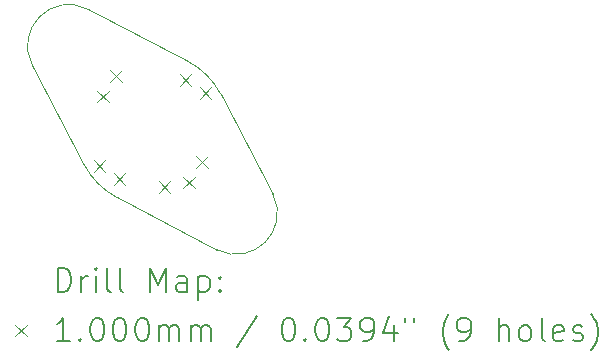
<source format=gbr>
%TF.GenerationSoftware,KiCad,Pcbnew,7.0.6-rc1-25-gf974c8259e*%
%TF.CreationDate,2023-06-21T18:20:31+02:00*%
%TF.ProjectId,RKJXM1015004_Straight,524b4a58-4d31-4303-9135-3030345f5374,rev?*%
%TF.SameCoordinates,Original*%
%TF.FileFunction,Drillmap*%
%TF.FilePolarity,Positive*%
%FSLAX45Y45*%
G04 Gerber Fmt 4.5, Leading zero omitted, Abs format (unit mm)*
G04 Created by KiCad (PCBNEW 7.0.6-rc1-25-gf974c8259e) date 2023-06-21 18:20:31*
%MOMM*%
%LPD*%
G01*
G04 APERTURE LIST*
%ADD10C,0.100000*%
%ADD11C,0.200000*%
G04 APERTURE END LIST*
D10*
X3320114Y-3550564D02*
G75*
G03*
X3595883Y-3826335I576646J300874D01*
G01*
X3351181Y-2232558D02*
G75*
G03*
X2879006Y-2704735I-161841J-310335D01*
G01*
X4472783Y-2949436D02*
G75*
G03*
X4197010Y-2673665I-576333J-300564D01*
G01*
X4913888Y-3795265D02*
X4472781Y-2949437D01*
X2879006Y-2704735D02*
X3320113Y-3550565D01*
X4441712Y-4267441D02*
X3595883Y-3826335D01*
X4441711Y-4267442D02*
G75*
G03*
X4913888Y-3795265I161842J310335D01*
G01*
X4197010Y-2673665D02*
X3351181Y-2232559D01*
D11*
D10*
X3397434Y-3507591D02*
X3497434Y-3607591D01*
X3497434Y-3507591D02*
X3397434Y-3607591D01*
X3425718Y-2920693D02*
X3525718Y-3020693D01*
X3525718Y-2920693D02*
X3425718Y-3020693D01*
X3538855Y-2750987D02*
X3638855Y-2850987D01*
X3638855Y-2750987D02*
X3538855Y-2850987D01*
X3567139Y-3620728D02*
X3667139Y-3720728D01*
X3667139Y-3620728D02*
X3567139Y-3720728D01*
X3948977Y-3684368D02*
X4048977Y-3784368D01*
X4048977Y-3684368D02*
X3948977Y-3784368D01*
X4125754Y-2779272D02*
X4225754Y-2879271D01*
X4225754Y-2779272D02*
X4125754Y-2879271D01*
X4154038Y-3649013D02*
X4254038Y-3749013D01*
X4254038Y-3649013D02*
X4154038Y-3749013D01*
X4267175Y-3479307D02*
X4367175Y-3579307D01*
X4367175Y-3479307D02*
X4267175Y-3579307D01*
X4295459Y-2892409D02*
X4395459Y-2992409D01*
X4395459Y-2892409D02*
X4295459Y-2992409D01*
D11*
X3095116Y-4623591D02*
X3095116Y-4423591D01*
X3095116Y-4423591D02*
X3142735Y-4423591D01*
X3142735Y-4423591D02*
X3171307Y-4433115D01*
X3171307Y-4433115D02*
X3190355Y-4452163D01*
X3190355Y-4452163D02*
X3199878Y-4471210D01*
X3199878Y-4471210D02*
X3209402Y-4509305D01*
X3209402Y-4509305D02*
X3209402Y-4537877D01*
X3209402Y-4537877D02*
X3199878Y-4575972D01*
X3199878Y-4575972D02*
X3190355Y-4595020D01*
X3190355Y-4595020D02*
X3171307Y-4614067D01*
X3171307Y-4614067D02*
X3142735Y-4623591D01*
X3142735Y-4623591D02*
X3095116Y-4623591D01*
X3295116Y-4623591D02*
X3295116Y-4490258D01*
X3295116Y-4528353D02*
X3304640Y-4509305D01*
X3304640Y-4509305D02*
X3314164Y-4499782D01*
X3314164Y-4499782D02*
X3333212Y-4490258D01*
X3333212Y-4490258D02*
X3352259Y-4490258D01*
X3418926Y-4623591D02*
X3418926Y-4490258D01*
X3418926Y-4423591D02*
X3409402Y-4433115D01*
X3409402Y-4433115D02*
X3418926Y-4442639D01*
X3418926Y-4442639D02*
X3428450Y-4433115D01*
X3428450Y-4433115D02*
X3418926Y-4423591D01*
X3418926Y-4423591D02*
X3418926Y-4442639D01*
X3542735Y-4623591D02*
X3523688Y-4614067D01*
X3523688Y-4614067D02*
X3514164Y-4595020D01*
X3514164Y-4595020D02*
X3514164Y-4423591D01*
X3647497Y-4623591D02*
X3628450Y-4614067D01*
X3628450Y-4614067D02*
X3618926Y-4595020D01*
X3618926Y-4595020D02*
X3618926Y-4423591D01*
X3876069Y-4623591D02*
X3876069Y-4423591D01*
X3876069Y-4423591D02*
X3942736Y-4566448D01*
X3942736Y-4566448D02*
X4009402Y-4423591D01*
X4009402Y-4423591D02*
X4009402Y-4623591D01*
X4190355Y-4623591D02*
X4190355Y-4518829D01*
X4190355Y-4518829D02*
X4180831Y-4499782D01*
X4180831Y-4499782D02*
X4161783Y-4490258D01*
X4161783Y-4490258D02*
X4123688Y-4490258D01*
X4123688Y-4490258D02*
X4104640Y-4499782D01*
X4190355Y-4614067D02*
X4171307Y-4623591D01*
X4171307Y-4623591D02*
X4123688Y-4623591D01*
X4123688Y-4623591D02*
X4104640Y-4614067D01*
X4104640Y-4614067D02*
X4095116Y-4595020D01*
X4095116Y-4595020D02*
X4095116Y-4575972D01*
X4095116Y-4575972D02*
X4104640Y-4556925D01*
X4104640Y-4556925D02*
X4123688Y-4547401D01*
X4123688Y-4547401D02*
X4171307Y-4547401D01*
X4171307Y-4547401D02*
X4190355Y-4537877D01*
X4285593Y-4490258D02*
X4285593Y-4690258D01*
X4285593Y-4499782D02*
X4304640Y-4490258D01*
X4304640Y-4490258D02*
X4342736Y-4490258D01*
X4342736Y-4490258D02*
X4361783Y-4499782D01*
X4361783Y-4499782D02*
X4371307Y-4509305D01*
X4371307Y-4509305D02*
X4380831Y-4528353D01*
X4380831Y-4528353D02*
X4380831Y-4585496D01*
X4380831Y-4585496D02*
X4371307Y-4604544D01*
X4371307Y-4604544D02*
X4361783Y-4614067D01*
X4361783Y-4614067D02*
X4342736Y-4623591D01*
X4342736Y-4623591D02*
X4304640Y-4623591D01*
X4304640Y-4623591D02*
X4285593Y-4614067D01*
X4466545Y-4604544D02*
X4476069Y-4614067D01*
X4476069Y-4614067D02*
X4466545Y-4623591D01*
X4466545Y-4623591D02*
X4457021Y-4614067D01*
X4457021Y-4614067D02*
X4466545Y-4604544D01*
X4466545Y-4604544D02*
X4466545Y-4623591D01*
X4466545Y-4499782D02*
X4476069Y-4509305D01*
X4476069Y-4509305D02*
X4466545Y-4518829D01*
X4466545Y-4518829D02*
X4457021Y-4509305D01*
X4457021Y-4509305D02*
X4466545Y-4499782D01*
X4466545Y-4499782D02*
X4466545Y-4518829D01*
D10*
X2734340Y-4902107D02*
X2834340Y-5002107D01*
X2834340Y-4902107D02*
X2734340Y-5002107D01*
D11*
X3199878Y-5043591D02*
X3085593Y-5043591D01*
X3142735Y-5043591D02*
X3142735Y-4843591D01*
X3142735Y-4843591D02*
X3123688Y-4872163D01*
X3123688Y-4872163D02*
X3104640Y-4891210D01*
X3104640Y-4891210D02*
X3085593Y-4900734D01*
X3285593Y-5024544D02*
X3295116Y-5034067D01*
X3295116Y-5034067D02*
X3285593Y-5043591D01*
X3285593Y-5043591D02*
X3276069Y-5034067D01*
X3276069Y-5034067D02*
X3285593Y-5024544D01*
X3285593Y-5024544D02*
X3285593Y-5043591D01*
X3418926Y-4843591D02*
X3437974Y-4843591D01*
X3437974Y-4843591D02*
X3457021Y-4853115D01*
X3457021Y-4853115D02*
X3466545Y-4862639D01*
X3466545Y-4862639D02*
X3476069Y-4881686D01*
X3476069Y-4881686D02*
X3485593Y-4919782D01*
X3485593Y-4919782D02*
X3485593Y-4967401D01*
X3485593Y-4967401D02*
X3476069Y-5005496D01*
X3476069Y-5005496D02*
X3466545Y-5024544D01*
X3466545Y-5024544D02*
X3457021Y-5034067D01*
X3457021Y-5034067D02*
X3437974Y-5043591D01*
X3437974Y-5043591D02*
X3418926Y-5043591D01*
X3418926Y-5043591D02*
X3399878Y-5034067D01*
X3399878Y-5034067D02*
X3390355Y-5024544D01*
X3390355Y-5024544D02*
X3380831Y-5005496D01*
X3380831Y-5005496D02*
X3371307Y-4967401D01*
X3371307Y-4967401D02*
X3371307Y-4919782D01*
X3371307Y-4919782D02*
X3380831Y-4881686D01*
X3380831Y-4881686D02*
X3390355Y-4862639D01*
X3390355Y-4862639D02*
X3399878Y-4853115D01*
X3399878Y-4853115D02*
X3418926Y-4843591D01*
X3609402Y-4843591D02*
X3628450Y-4843591D01*
X3628450Y-4843591D02*
X3647497Y-4853115D01*
X3647497Y-4853115D02*
X3657021Y-4862639D01*
X3657021Y-4862639D02*
X3666545Y-4881686D01*
X3666545Y-4881686D02*
X3676069Y-4919782D01*
X3676069Y-4919782D02*
X3676069Y-4967401D01*
X3676069Y-4967401D02*
X3666545Y-5005496D01*
X3666545Y-5005496D02*
X3657021Y-5024544D01*
X3657021Y-5024544D02*
X3647497Y-5034067D01*
X3647497Y-5034067D02*
X3628450Y-5043591D01*
X3628450Y-5043591D02*
X3609402Y-5043591D01*
X3609402Y-5043591D02*
X3590355Y-5034067D01*
X3590355Y-5034067D02*
X3580831Y-5024544D01*
X3580831Y-5024544D02*
X3571307Y-5005496D01*
X3571307Y-5005496D02*
X3561783Y-4967401D01*
X3561783Y-4967401D02*
X3561783Y-4919782D01*
X3561783Y-4919782D02*
X3571307Y-4881686D01*
X3571307Y-4881686D02*
X3580831Y-4862639D01*
X3580831Y-4862639D02*
X3590355Y-4853115D01*
X3590355Y-4853115D02*
X3609402Y-4843591D01*
X3799878Y-4843591D02*
X3818926Y-4843591D01*
X3818926Y-4843591D02*
X3837974Y-4853115D01*
X3837974Y-4853115D02*
X3847497Y-4862639D01*
X3847497Y-4862639D02*
X3857021Y-4881686D01*
X3857021Y-4881686D02*
X3866545Y-4919782D01*
X3866545Y-4919782D02*
X3866545Y-4967401D01*
X3866545Y-4967401D02*
X3857021Y-5005496D01*
X3857021Y-5005496D02*
X3847497Y-5024544D01*
X3847497Y-5024544D02*
X3837974Y-5034067D01*
X3837974Y-5034067D02*
X3818926Y-5043591D01*
X3818926Y-5043591D02*
X3799878Y-5043591D01*
X3799878Y-5043591D02*
X3780831Y-5034067D01*
X3780831Y-5034067D02*
X3771307Y-5024544D01*
X3771307Y-5024544D02*
X3761783Y-5005496D01*
X3761783Y-5005496D02*
X3752259Y-4967401D01*
X3752259Y-4967401D02*
X3752259Y-4919782D01*
X3752259Y-4919782D02*
X3761783Y-4881686D01*
X3761783Y-4881686D02*
X3771307Y-4862639D01*
X3771307Y-4862639D02*
X3780831Y-4853115D01*
X3780831Y-4853115D02*
X3799878Y-4843591D01*
X3952259Y-5043591D02*
X3952259Y-4910258D01*
X3952259Y-4929305D02*
X3961783Y-4919782D01*
X3961783Y-4919782D02*
X3980831Y-4910258D01*
X3980831Y-4910258D02*
X4009402Y-4910258D01*
X4009402Y-4910258D02*
X4028450Y-4919782D01*
X4028450Y-4919782D02*
X4037974Y-4938829D01*
X4037974Y-4938829D02*
X4037974Y-5043591D01*
X4037974Y-4938829D02*
X4047497Y-4919782D01*
X4047497Y-4919782D02*
X4066545Y-4910258D01*
X4066545Y-4910258D02*
X4095116Y-4910258D01*
X4095116Y-4910258D02*
X4114164Y-4919782D01*
X4114164Y-4919782D02*
X4123688Y-4938829D01*
X4123688Y-4938829D02*
X4123688Y-5043591D01*
X4218926Y-5043591D02*
X4218926Y-4910258D01*
X4218926Y-4929305D02*
X4228450Y-4919782D01*
X4228450Y-4919782D02*
X4247498Y-4910258D01*
X4247498Y-4910258D02*
X4276069Y-4910258D01*
X4276069Y-4910258D02*
X4295117Y-4919782D01*
X4295117Y-4919782D02*
X4304640Y-4938829D01*
X4304640Y-4938829D02*
X4304640Y-5043591D01*
X4304640Y-4938829D02*
X4314164Y-4919782D01*
X4314164Y-4919782D02*
X4333212Y-4910258D01*
X4333212Y-4910258D02*
X4361783Y-4910258D01*
X4361783Y-4910258D02*
X4380831Y-4919782D01*
X4380831Y-4919782D02*
X4390355Y-4938829D01*
X4390355Y-4938829D02*
X4390355Y-5043591D01*
X4780831Y-4834067D02*
X4609402Y-5091210D01*
X5037974Y-4843591D02*
X5057022Y-4843591D01*
X5057022Y-4843591D02*
X5076069Y-4853115D01*
X5076069Y-4853115D02*
X5085593Y-4862639D01*
X5085593Y-4862639D02*
X5095117Y-4881686D01*
X5095117Y-4881686D02*
X5104641Y-4919782D01*
X5104641Y-4919782D02*
X5104641Y-4967401D01*
X5104641Y-4967401D02*
X5095117Y-5005496D01*
X5095117Y-5005496D02*
X5085593Y-5024544D01*
X5085593Y-5024544D02*
X5076069Y-5034067D01*
X5076069Y-5034067D02*
X5057022Y-5043591D01*
X5057022Y-5043591D02*
X5037974Y-5043591D01*
X5037974Y-5043591D02*
X5018926Y-5034067D01*
X5018926Y-5034067D02*
X5009402Y-5024544D01*
X5009402Y-5024544D02*
X4999879Y-5005496D01*
X4999879Y-5005496D02*
X4990355Y-4967401D01*
X4990355Y-4967401D02*
X4990355Y-4919782D01*
X4990355Y-4919782D02*
X4999879Y-4881686D01*
X4999879Y-4881686D02*
X5009402Y-4862639D01*
X5009402Y-4862639D02*
X5018926Y-4853115D01*
X5018926Y-4853115D02*
X5037974Y-4843591D01*
X5190355Y-5024544D02*
X5199879Y-5034067D01*
X5199879Y-5034067D02*
X5190355Y-5043591D01*
X5190355Y-5043591D02*
X5180831Y-5034067D01*
X5180831Y-5034067D02*
X5190355Y-5024544D01*
X5190355Y-5024544D02*
X5190355Y-5043591D01*
X5323688Y-4843591D02*
X5342736Y-4843591D01*
X5342736Y-4843591D02*
X5361783Y-4853115D01*
X5361783Y-4853115D02*
X5371307Y-4862639D01*
X5371307Y-4862639D02*
X5380831Y-4881686D01*
X5380831Y-4881686D02*
X5390355Y-4919782D01*
X5390355Y-4919782D02*
X5390355Y-4967401D01*
X5390355Y-4967401D02*
X5380831Y-5005496D01*
X5380831Y-5005496D02*
X5371307Y-5024544D01*
X5371307Y-5024544D02*
X5361783Y-5034067D01*
X5361783Y-5034067D02*
X5342736Y-5043591D01*
X5342736Y-5043591D02*
X5323688Y-5043591D01*
X5323688Y-5043591D02*
X5304641Y-5034067D01*
X5304641Y-5034067D02*
X5295117Y-5024544D01*
X5295117Y-5024544D02*
X5285593Y-5005496D01*
X5285593Y-5005496D02*
X5276069Y-4967401D01*
X5276069Y-4967401D02*
X5276069Y-4919782D01*
X5276069Y-4919782D02*
X5285593Y-4881686D01*
X5285593Y-4881686D02*
X5295117Y-4862639D01*
X5295117Y-4862639D02*
X5304641Y-4853115D01*
X5304641Y-4853115D02*
X5323688Y-4843591D01*
X5457022Y-4843591D02*
X5580831Y-4843591D01*
X5580831Y-4843591D02*
X5514164Y-4919782D01*
X5514164Y-4919782D02*
X5542736Y-4919782D01*
X5542736Y-4919782D02*
X5561783Y-4929305D01*
X5561783Y-4929305D02*
X5571307Y-4938829D01*
X5571307Y-4938829D02*
X5580831Y-4957877D01*
X5580831Y-4957877D02*
X5580831Y-5005496D01*
X5580831Y-5005496D02*
X5571307Y-5024544D01*
X5571307Y-5024544D02*
X5561783Y-5034067D01*
X5561783Y-5034067D02*
X5542736Y-5043591D01*
X5542736Y-5043591D02*
X5485593Y-5043591D01*
X5485593Y-5043591D02*
X5466545Y-5034067D01*
X5466545Y-5034067D02*
X5457022Y-5024544D01*
X5676069Y-5043591D02*
X5714164Y-5043591D01*
X5714164Y-5043591D02*
X5733212Y-5034067D01*
X5733212Y-5034067D02*
X5742736Y-5024544D01*
X5742736Y-5024544D02*
X5761783Y-4995972D01*
X5761783Y-4995972D02*
X5771307Y-4957877D01*
X5771307Y-4957877D02*
X5771307Y-4881686D01*
X5771307Y-4881686D02*
X5761783Y-4862639D01*
X5761783Y-4862639D02*
X5752260Y-4853115D01*
X5752260Y-4853115D02*
X5733212Y-4843591D01*
X5733212Y-4843591D02*
X5695117Y-4843591D01*
X5695117Y-4843591D02*
X5676069Y-4853115D01*
X5676069Y-4853115D02*
X5666545Y-4862639D01*
X5666545Y-4862639D02*
X5657021Y-4881686D01*
X5657021Y-4881686D02*
X5657021Y-4929305D01*
X5657021Y-4929305D02*
X5666545Y-4948353D01*
X5666545Y-4948353D02*
X5676069Y-4957877D01*
X5676069Y-4957877D02*
X5695117Y-4967401D01*
X5695117Y-4967401D02*
X5733212Y-4967401D01*
X5733212Y-4967401D02*
X5752260Y-4957877D01*
X5752260Y-4957877D02*
X5761783Y-4948353D01*
X5761783Y-4948353D02*
X5771307Y-4929305D01*
X5942736Y-4910258D02*
X5942736Y-5043591D01*
X5895117Y-4834067D02*
X5847498Y-4976925D01*
X5847498Y-4976925D02*
X5971307Y-4976925D01*
X6037974Y-4843591D02*
X6037974Y-4881686D01*
X6114164Y-4843591D02*
X6114164Y-4881686D01*
X6409403Y-5119782D02*
X6399879Y-5110258D01*
X6399879Y-5110258D02*
X6380831Y-5081686D01*
X6380831Y-5081686D02*
X6371307Y-5062639D01*
X6371307Y-5062639D02*
X6361783Y-5034067D01*
X6361783Y-5034067D02*
X6352260Y-4986448D01*
X6352260Y-4986448D02*
X6352260Y-4948353D01*
X6352260Y-4948353D02*
X6361783Y-4900734D01*
X6361783Y-4900734D02*
X6371307Y-4872163D01*
X6371307Y-4872163D02*
X6380831Y-4853115D01*
X6380831Y-4853115D02*
X6399879Y-4824544D01*
X6399879Y-4824544D02*
X6409403Y-4815020D01*
X6495117Y-5043591D02*
X6533212Y-5043591D01*
X6533212Y-5043591D02*
X6552260Y-5034067D01*
X6552260Y-5034067D02*
X6561783Y-5024544D01*
X6561783Y-5024544D02*
X6580831Y-4995972D01*
X6580831Y-4995972D02*
X6590355Y-4957877D01*
X6590355Y-4957877D02*
X6590355Y-4881686D01*
X6590355Y-4881686D02*
X6580831Y-4862639D01*
X6580831Y-4862639D02*
X6571307Y-4853115D01*
X6571307Y-4853115D02*
X6552260Y-4843591D01*
X6552260Y-4843591D02*
X6514164Y-4843591D01*
X6514164Y-4843591D02*
X6495117Y-4853115D01*
X6495117Y-4853115D02*
X6485593Y-4862639D01*
X6485593Y-4862639D02*
X6476069Y-4881686D01*
X6476069Y-4881686D02*
X6476069Y-4929305D01*
X6476069Y-4929305D02*
X6485593Y-4948353D01*
X6485593Y-4948353D02*
X6495117Y-4957877D01*
X6495117Y-4957877D02*
X6514164Y-4967401D01*
X6514164Y-4967401D02*
X6552260Y-4967401D01*
X6552260Y-4967401D02*
X6571307Y-4957877D01*
X6571307Y-4957877D02*
X6580831Y-4948353D01*
X6580831Y-4948353D02*
X6590355Y-4929305D01*
X6828450Y-5043591D02*
X6828450Y-4843591D01*
X6914164Y-5043591D02*
X6914164Y-4938829D01*
X6914164Y-4938829D02*
X6904641Y-4919782D01*
X6904641Y-4919782D02*
X6885593Y-4910258D01*
X6885593Y-4910258D02*
X6857022Y-4910258D01*
X6857022Y-4910258D02*
X6837974Y-4919782D01*
X6837974Y-4919782D02*
X6828450Y-4929305D01*
X7037974Y-5043591D02*
X7018926Y-5034067D01*
X7018926Y-5034067D02*
X7009403Y-5024544D01*
X7009403Y-5024544D02*
X6999879Y-5005496D01*
X6999879Y-5005496D02*
X6999879Y-4948353D01*
X6999879Y-4948353D02*
X7009403Y-4929305D01*
X7009403Y-4929305D02*
X7018926Y-4919782D01*
X7018926Y-4919782D02*
X7037974Y-4910258D01*
X7037974Y-4910258D02*
X7066545Y-4910258D01*
X7066545Y-4910258D02*
X7085593Y-4919782D01*
X7085593Y-4919782D02*
X7095117Y-4929305D01*
X7095117Y-4929305D02*
X7104641Y-4948353D01*
X7104641Y-4948353D02*
X7104641Y-5005496D01*
X7104641Y-5005496D02*
X7095117Y-5024544D01*
X7095117Y-5024544D02*
X7085593Y-5034067D01*
X7085593Y-5034067D02*
X7066545Y-5043591D01*
X7066545Y-5043591D02*
X7037974Y-5043591D01*
X7218926Y-5043591D02*
X7199879Y-5034067D01*
X7199879Y-5034067D02*
X7190355Y-5015020D01*
X7190355Y-5015020D02*
X7190355Y-4843591D01*
X7371307Y-5034067D02*
X7352260Y-5043591D01*
X7352260Y-5043591D02*
X7314164Y-5043591D01*
X7314164Y-5043591D02*
X7295117Y-5034067D01*
X7295117Y-5034067D02*
X7285593Y-5015020D01*
X7285593Y-5015020D02*
X7285593Y-4938829D01*
X7285593Y-4938829D02*
X7295117Y-4919782D01*
X7295117Y-4919782D02*
X7314164Y-4910258D01*
X7314164Y-4910258D02*
X7352260Y-4910258D01*
X7352260Y-4910258D02*
X7371307Y-4919782D01*
X7371307Y-4919782D02*
X7380831Y-4938829D01*
X7380831Y-4938829D02*
X7380831Y-4957877D01*
X7380831Y-4957877D02*
X7285593Y-4976925D01*
X7457022Y-5034067D02*
X7476069Y-5043591D01*
X7476069Y-5043591D02*
X7514164Y-5043591D01*
X7514164Y-5043591D02*
X7533212Y-5034067D01*
X7533212Y-5034067D02*
X7542736Y-5015020D01*
X7542736Y-5015020D02*
X7542736Y-5005496D01*
X7542736Y-5005496D02*
X7533212Y-4986448D01*
X7533212Y-4986448D02*
X7514164Y-4976925D01*
X7514164Y-4976925D02*
X7485593Y-4976925D01*
X7485593Y-4976925D02*
X7466545Y-4967401D01*
X7466545Y-4967401D02*
X7457022Y-4948353D01*
X7457022Y-4948353D02*
X7457022Y-4938829D01*
X7457022Y-4938829D02*
X7466545Y-4919782D01*
X7466545Y-4919782D02*
X7485593Y-4910258D01*
X7485593Y-4910258D02*
X7514164Y-4910258D01*
X7514164Y-4910258D02*
X7533212Y-4919782D01*
X7609403Y-5119782D02*
X7618926Y-5110258D01*
X7618926Y-5110258D02*
X7637974Y-5081686D01*
X7637974Y-5081686D02*
X7647498Y-5062639D01*
X7647498Y-5062639D02*
X7657022Y-5034067D01*
X7657022Y-5034067D02*
X7666545Y-4986448D01*
X7666545Y-4986448D02*
X7666545Y-4948353D01*
X7666545Y-4948353D02*
X7657022Y-4900734D01*
X7657022Y-4900734D02*
X7647498Y-4872163D01*
X7647498Y-4872163D02*
X7637974Y-4853115D01*
X7637974Y-4853115D02*
X7618926Y-4824544D01*
X7618926Y-4824544D02*
X7609403Y-4815020D01*
M02*

</source>
